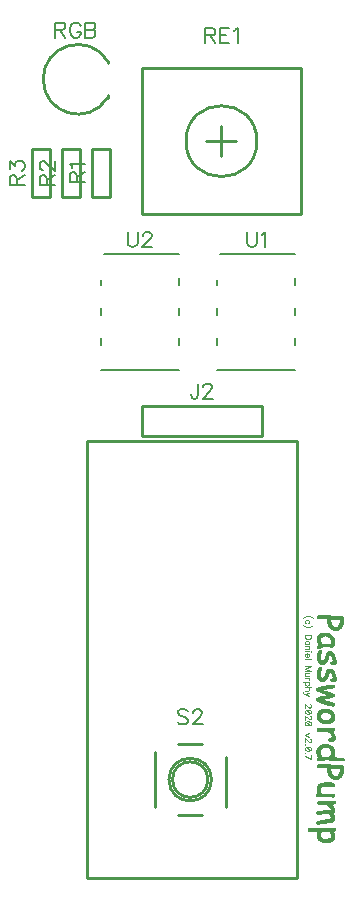
<source format=gbr>
G04 DipTrace 3.3.1.3*
G04 TopSilk.gbr*
%MOIN*%
G04 #@! TF.FileFunction,Legend,Top*
G04 #@! TF.Part,Single*
%ADD10C,0.009843*%
%ADD12C,0.003*%
%ADD24C,0.006*%
%ADD57C,0.00772*%
%ADD58C,0.003088*%
%FSLAX26Y26*%
G04*
G70*
G90*
G75*
G01*
G04 TopSilk*
%LPD*%
X1187469Y1931196D2*
D10*
X787434D1*
Y2031201D1*
X1187469D1*
Y1931196D1*
X679951Y2886351D2*
X619951D1*
X679951Y2726051D2*
Y2886351D1*
Y2726051D2*
X619951D1*
Y2886351D1*
X579953D2*
X519953D1*
X579953Y2726051D2*
Y2886351D1*
Y2726051D2*
X519953D1*
Y2886351D1*
X479951D2*
X419951D1*
X479951Y2726051D2*
Y2886351D1*
Y2726051D2*
X419951D1*
Y2886351D1*
X1316856Y2668354D2*
X789246D1*
Y3156546D1*
X1316856D1*
Y2668354D1*
X934909Y2912420D2*
G02X934909Y2912420I118142J0D01*
G01*
X1053051Y2862430D2*
Y2962470D1*
X1003042Y2912450D2*
X1103060D1*
X673377Y3057609D2*
Y3065507D1*
Y3171892D2*
Y3179790D1*
Y3057609D2*
G02X458810Y3118699I-98651J60865D01*
G01*
X673377Y3179790D2*
G03X458810Y3118699I-98651J-60865D01*
G01*
X878008Y784497D2*
G02X878008Y784497I70861J0D01*
G01*
X830751Y875052D2*
Y693942D1*
X909472Y666372D2*
X988241D1*
X1066986Y693942D2*
Y859298D1*
X988241Y902623D2*
X909472D1*
X889798Y784497D2*
G02X889798Y784497I59059J0D01*
G01*
X1298693Y2431709D2*
D24*
Y2455718D1*
Y2331696D2*
Y2355705D1*
X1038709Y2255693D2*
Y2231684D1*
Y2355705D2*
Y2331696D1*
Y2150701D2*
X1298693D1*
Y2231684D2*
Y2255693D1*
Y2536701D2*
X1049715D1*
X1038709Y2450700D2*
Y2431709D1*
X911193D2*
Y2455718D1*
Y2331696D2*
Y2355705D1*
X651209Y2255693D2*
Y2231684D1*
Y2355705D2*
Y2331696D1*
Y2150701D2*
X911193D1*
Y2231684D2*
Y2255693D1*
Y2536701D2*
X662215D1*
X651209Y2450700D2*
Y2431709D1*
X606202Y1912451D2*
D10*
X1306202D1*
Y456197D1*
X606202D1*
Y1912451D1*
X1373337Y1331701D2*
D12*
X1415337D1*
X1372138Y1330201D2*
X1451337D1*
X1371141Y1328701D2*
X1453646D1*
X1370880Y1327201D2*
X1455311D1*
X1371433Y1325701D2*
X1456539D1*
X1373012Y1324201D2*
X1456952D1*
X1374837Y1322701D2*
X1457174D1*
X1406105Y1321201D2*
X1416831D1*
X1421337D2*
X1457274D1*
X1405734Y1319701D2*
X1416779D1*
X1446837D2*
X1457314D1*
X1405345Y1318201D2*
X1416588D1*
X1446837D2*
X1457329D1*
X1405082Y1316701D2*
X1416234D1*
X1446837D2*
X1457334D1*
X1404949Y1315201D2*
X1415902D1*
X1446837D2*
X1457336D1*
X1404938Y1313701D2*
X1415832D1*
X1446837D2*
X1457337D1*
X1405103Y1312201D2*
X1416052D1*
X1446837D2*
X1457337D1*
X1405452Y1310701D2*
X1416373D1*
X1446831D2*
X1457337D1*
X1405833Y1309201D2*
X1416614D1*
X1446779D2*
X1457337D1*
X1406099Y1307701D2*
X1416796D1*
X1446588D2*
X1457331D1*
X1406290Y1306201D2*
X1417053D1*
X1446222D2*
X1457279D1*
X1406551Y1304701D2*
X1417490D1*
X1445785D2*
X1457088D1*
X1406989Y1303201D2*
X1418081D1*
X1445326D2*
X1456722D1*
X1407581Y1301701D2*
X1418764D1*
X1444770D2*
X1456285D1*
X1408258Y1300201D2*
X1419545D1*
X1444072D2*
X1455826D1*
X1408980Y1298701D2*
X1420538D1*
X1443169D2*
X1455270D1*
X1409724Y1297201D2*
X1421970D1*
X1441944D2*
X1454577D1*
X1410524Y1295701D2*
X1424137D1*
X1440143D2*
X1453733D1*
X1411468Y1294201D2*
X1427480D1*
X1437191D2*
X1452782D1*
X1412631Y1292701D2*
X1432243D1*
X1432713D2*
X1451818D1*
X1413961Y1291201D2*
X1450775D1*
X1415397Y1289701D2*
X1449510D1*
X1416984Y1288201D2*
X1447911D1*
X1418971Y1286701D2*
X1445870D1*
X1421675Y1285201D2*
X1443406D1*
X1425092Y1283701D2*
X1440673D1*
X1428837Y1282201D2*
X1437837D1*
X1388337Y1274701D2*
X1406337D1*
X1384708Y1273201D2*
X1409274D1*
X1381534Y1271701D2*
X1412023D1*
X1378978Y1270201D2*
X1414414D1*
X1377072Y1268701D2*
X1416420D1*
X1375700Y1267201D2*
X1418165D1*
X1374661Y1265701D2*
X1419771D1*
X1373793Y1264201D2*
X1393195D1*
X1401479D2*
X1421307D1*
X1373049Y1262701D2*
X1389575D1*
X1405106D2*
X1422770D1*
X1372471Y1261201D2*
X1386740D1*
X1407999D2*
X1424079D1*
X1372075Y1259701D2*
X1384740D1*
X1410243D2*
X1425163D1*
X1371712Y1258201D2*
X1383275D1*
X1412040D2*
X1426035D1*
X1371277Y1256701D2*
X1382732D1*
X1413491D2*
X1426717D1*
X1370862Y1255201D2*
X1382279D1*
X1414637D2*
X1427276D1*
X1370588Y1253701D2*
X1381808D1*
X1415577D2*
X1427816D1*
X1370451Y1252201D2*
X1381430D1*
X1416405D2*
X1428280D1*
X1370439Y1250701D2*
X1381341D1*
X1417134D2*
X1428574D1*
X1370603Y1249201D2*
X1381555D1*
X1417701D2*
X1428725D1*
X1370958Y1247701D2*
X1381880D1*
X1418042D2*
X1428793D1*
X1371391Y1246201D2*
X1382167D1*
X1418213D2*
X1428821D1*
X1371849Y1244701D2*
X1382493D1*
X1418289D2*
X1428831D1*
X1372399Y1243201D2*
X1382971D1*
X1418319D2*
X1428835D1*
X1373044Y1241701D2*
X1383648D1*
X1418331D2*
X1428831D1*
X1373744Y1240201D2*
X1384488D1*
X1418335D2*
X1428778D1*
X1374463Y1238701D2*
X1386477D1*
X1418337D2*
X1428587D1*
X1375093Y1237201D2*
X1389366D1*
X1392837D2*
X1428222D1*
X1375579Y1235701D2*
X1427785D1*
X1375327Y1234201D2*
X1427326D1*
X1374405Y1232701D2*
X1426769D1*
X1373385Y1231201D2*
X1426072D1*
X1372435Y1229701D2*
X1425175D1*
X1371680Y1228201D2*
X1424033D1*
X1371121Y1226701D2*
X1388570D1*
X1415337D2*
X1422719D1*
X1371355Y1225201D2*
X1384455D1*
X1419837D2*
X1421337D1*
X1372281Y1223701D2*
X1380405D1*
X1373337Y1222201D2*
X1376337D1*
X1377837Y1216201D2*
X1385337D1*
X1376575Y1214701D2*
X1386024D1*
X1375505Y1213201D2*
X1386396D1*
X1374638Y1211701D2*
X1386522D1*
X1407837D2*
X1418337D1*
X1373957Y1210201D2*
X1385949D1*
X1405883D2*
X1420524D1*
X1373399Y1208701D2*
X1385163D1*
X1404382D2*
X1422402D1*
X1372858Y1207201D2*
X1384333D1*
X1403296D2*
X1423923D1*
X1372388Y1205701D2*
X1383577D1*
X1402519D2*
X1425108D1*
X1372042Y1204201D2*
X1382991D1*
X1401921D2*
X1426065D1*
X1371700Y1202701D2*
X1382634D1*
X1401366D2*
X1426900D1*
X1371273Y1201201D2*
X1382406D1*
X1400891D2*
X1410780D1*
X1415331D2*
X1427638D1*
X1370860Y1199701D2*
X1382137D1*
X1400543D2*
X1410588D1*
X1416773D2*
X1428259D1*
X1370588Y1198201D2*
X1381747D1*
X1400200D2*
X1410228D1*
X1418029D2*
X1428791D1*
X1370445Y1196701D2*
X1381356D1*
X1399773D2*
X1409838D1*
X1418973D2*
X1429328D1*
X1370380Y1195201D2*
X1381143D1*
X1399354D2*
X1409523D1*
X1419670D2*
X1429841D1*
X1370359Y1193701D2*
X1381193D1*
X1399029D2*
X1409193D1*
X1420280D2*
X1430324D1*
X1370402Y1192201D2*
X1381489D1*
X1398695D2*
X1408764D1*
X1420823D2*
X1430834D1*
X1370589Y1190701D2*
X1381853D1*
X1398265D2*
X1408301D1*
X1421318D2*
X1431292D1*
X1370947Y1189201D2*
X1382157D1*
X1397795D2*
X1407838D1*
X1421838D2*
X1431635D1*
X1371337Y1187701D2*
X1382489D1*
X1397268D2*
X1407330D1*
X1422345D2*
X1431975D1*
X1371651Y1186201D2*
X1382987D1*
X1396440D2*
X1406828D1*
X1422826D2*
X1432408D1*
X1371987Y1184701D2*
X1383636D1*
X1395275D2*
X1406342D1*
X1423335D2*
X1432873D1*
X1372463Y1183201D2*
X1385014D1*
X1392458D2*
X1405775D1*
X1423791D2*
X1433336D1*
X1373071Y1181701D2*
X1387944D1*
X1388501D2*
X1405073D1*
X1424104D2*
X1433839D1*
X1373760Y1180201D2*
X1404175D1*
X1424337D2*
X1434288D1*
X1374537Y1178701D2*
X1403032D1*
X1420823D2*
X1434577D1*
X1375479Y1177201D2*
X1401703D1*
X1417927D2*
X1434720D1*
X1376695Y1175701D2*
X1400224D1*
X1416473D2*
X1434711D1*
X1378256Y1174201D2*
X1398524D1*
X1415972D2*
X1434553D1*
X1380190Y1172701D2*
X1396523D1*
X1416272D2*
X1433456D1*
X1382337Y1171201D2*
X1394337D1*
X1417244D2*
X1430642D1*
X1418337Y1169701D2*
X1427337D1*
X1377837Y1159201D2*
X1385337D1*
X1376575Y1157701D2*
X1386024D1*
X1375505Y1156201D2*
X1386396D1*
X1374638Y1154701D2*
X1386522D1*
X1407837D2*
X1418337D1*
X1373957Y1153201D2*
X1385949D1*
X1405883D2*
X1420524D1*
X1373399Y1151701D2*
X1385163D1*
X1404382D2*
X1422402D1*
X1372858Y1150201D2*
X1384333D1*
X1403296D2*
X1423923D1*
X1372388Y1148701D2*
X1383577D1*
X1402519D2*
X1425108D1*
X1372042Y1147201D2*
X1382991D1*
X1401921D2*
X1426065D1*
X1371700Y1145701D2*
X1382634D1*
X1401366D2*
X1426900D1*
X1371273Y1144201D2*
X1382406D1*
X1400891D2*
X1410780D1*
X1415331D2*
X1427638D1*
X1370860Y1142701D2*
X1382137D1*
X1400543D2*
X1410588D1*
X1416773D2*
X1428259D1*
X1370588Y1141201D2*
X1381747D1*
X1400200D2*
X1410228D1*
X1418029D2*
X1428791D1*
X1370445Y1139701D2*
X1381356D1*
X1399773D2*
X1409838D1*
X1418973D2*
X1429328D1*
X1370380Y1138201D2*
X1381143D1*
X1399354D2*
X1409523D1*
X1419670D2*
X1429841D1*
X1370359Y1136701D2*
X1381193D1*
X1399029D2*
X1409193D1*
X1420280D2*
X1430324D1*
X1370402Y1135201D2*
X1381489D1*
X1398695D2*
X1408764D1*
X1420823D2*
X1430834D1*
X1370589Y1133701D2*
X1381853D1*
X1398265D2*
X1408301D1*
X1421318D2*
X1431292D1*
X1370947Y1132201D2*
X1382157D1*
X1397795D2*
X1407838D1*
X1421838D2*
X1431635D1*
X1371337Y1130701D2*
X1382489D1*
X1397268D2*
X1407330D1*
X1422345D2*
X1431975D1*
X1371651Y1129201D2*
X1382987D1*
X1396440D2*
X1406828D1*
X1422826D2*
X1432408D1*
X1371987Y1127701D2*
X1383636D1*
X1395275D2*
X1406342D1*
X1423335D2*
X1432873D1*
X1372463Y1126201D2*
X1385014D1*
X1392458D2*
X1405775D1*
X1423791D2*
X1433336D1*
X1373071Y1124701D2*
X1387944D1*
X1388501D2*
X1405073D1*
X1424104D2*
X1433839D1*
X1373760Y1123201D2*
X1404175D1*
X1424337D2*
X1434288D1*
X1374537Y1121701D2*
X1403032D1*
X1420823D2*
X1434577D1*
X1375479Y1120201D2*
X1401703D1*
X1417927D2*
X1434720D1*
X1376695Y1118701D2*
X1400224D1*
X1416473D2*
X1434711D1*
X1378256Y1117201D2*
X1398524D1*
X1415972D2*
X1434553D1*
X1380190Y1115701D2*
X1396523D1*
X1416272D2*
X1433456D1*
X1382337Y1114201D2*
X1394337D1*
X1417244D2*
X1430642D1*
X1418337Y1112701D2*
X1427337D1*
X1415337Y1100701D2*
X1427337D1*
X1405777Y1099201D2*
X1428030D1*
X1396906Y1097701D2*
X1428455D1*
X1389168Y1096201D2*
X1428602D1*
X1382785Y1094701D2*
X1428547D1*
X1377749Y1093201D2*
X1427491D1*
X1374002Y1091701D2*
X1423403D1*
X1371359Y1090201D2*
X1416741D1*
X1369319Y1088701D2*
X1408050D1*
X1368412Y1087201D2*
X1399255D1*
X1368462Y1085701D2*
X1391792D1*
X1369441Y1084201D2*
X1385337D1*
X1370885Y1082701D2*
X1389894D1*
X1372913Y1081201D2*
X1394587D1*
X1375595Y1079701D2*
X1399446D1*
X1378885Y1078201D2*
X1404337D1*
X1382575Y1076701D2*
X1409145D1*
X1386420Y1075201D2*
X1413911D1*
X1390360Y1073701D2*
X1418520D1*
X1394342Y1072201D2*
X1422513D1*
X1398154Y1070701D2*
X1425433D1*
X1401500Y1069201D2*
X1427549D1*
X1404148Y1067701D2*
X1428216D1*
X1406337Y1066201D2*
X1428636D1*
X1397297Y1064701D2*
X1428548D1*
X1389375Y1063201D2*
X1427760D1*
X1382878Y1061701D2*
X1425134D1*
X1377788Y1060201D2*
X1420934D1*
X1374017Y1058701D2*
X1415039D1*
X1371358Y1057201D2*
X1407809D1*
X1369297Y1055701D2*
X1399691D1*
X1368230Y1054201D2*
X1391099D1*
X1367862Y1052701D2*
X1382337D1*
X1368208Y1051201D2*
X1385753D1*
X1368960Y1049701D2*
X1390067D1*
X1370218Y1048201D2*
X1395320D1*
X1372029Y1046701D2*
X1401242D1*
X1374463Y1045201D2*
X1407431D1*
X1377629Y1043701D2*
X1413492D1*
X1381462Y1042201D2*
X1418988D1*
X1385822Y1040701D2*
X1423325D1*
X1390598Y1039201D2*
X1426636D1*
X1395677Y1037701D2*
X1427975D1*
X1401027Y1036201D2*
X1428502D1*
X1406652Y1034701D2*
X1428525D1*
X1412468Y1033201D2*
X1427900D1*
X1418385Y1031701D2*
X1426950D1*
X1424337Y1030201D2*
X1425837D1*
X1391337Y1021201D2*
X1404837D1*
X1387708Y1019701D2*
X1409159D1*
X1384528Y1018201D2*
X1412776D1*
X1381919Y1016701D2*
X1415649D1*
X1379816Y1015201D2*
X1417987D1*
X1378038Y1013701D2*
X1419979D1*
X1376470Y1012201D2*
X1421633D1*
X1375120Y1010701D2*
X1423010D1*
X1374020Y1009201D2*
X1390132D1*
X1405748D2*
X1424210D1*
X1373142Y1007701D2*
X1387761D1*
X1409002D2*
X1425230D1*
X1372458Y1006201D2*
X1385817D1*
X1411501D2*
X1426113D1*
X1371899Y1004701D2*
X1384317D1*
X1413436D2*
X1426918D1*
X1371358Y1003201D2*
X1383268D1*
X1414949D2*
X1427639D1*
X1370894Y1001701D2*
X1382529D1*
X1416115D2*
X1428202D1*
X1370601Y1000201D2*
X1381915D1*
X1417012D2*
X1428542D1*
X1370455Y998701D2*
X1381471D1*
X1417653D2*
X1428713D1*
X1370440Y997201D2*
X1381231D1*
X1418024D2*
X1428789D1*
X1370604Y995701D2*
X1381535D1*
X1418207D2*
X1428819D1*
X1370952Y994201D2*
X1381933D1*
X1418281D2*
X1428831D1*
X1371339Y992701D2*
X1382416D1*
X1418254D2*
X1428835D1*
X1371652Y991201D2*
X1383108D1*
X1418016D2*
X1428831D1*
X1371987Y989701D2*
X1384023D1*
X1417406D2*
X1428778D1*
X1372469Y988201D2*
X1385135D1*
X1416355D2*
X1428582D1*
X1373129Y986701D2*
X1386514D1*
X1414851D2*
X1428164D1*
X1374010Y985201D2*
X1388101D1*
X1412853D2*
X1427529D1*
X1375146Y983701D2*
X1389723D1*
X1410438D2*
X1426659D1*
X1376472Y982201D2*
X1425526D1*
X1377952Y980701D2*
X1424201D1*
X1379676Y979201D2*
X1422716D1*
X1381830Y977701D2*
X1420942D1*
X1384549Y976201D2*
X1418618D1*
X1387804Y974701D2*
X1415651D1*
X1391337Y973201D2*
X1412337D1*
X1373337Y956701D2*
X1425837D1*
X1372138Y955201D2*
X1427222D1*
X1371141Y953701D2*
X1428248D1*
X1370833Y952201D2*
X1428480D1*
X1371088Y950701D2*
X1428485D1*
X1371458Y949201D2*
X1427508D1*
X1371837Y947701D2*
X1425415D1*
X1406274Y946201D2*
X1423294D1*
X1409023Y944701D2*
X1421337D1*
X1411408Y943201D2*
X1422780D1*
X1413362Y941701D2*
X1424082D1*
X1414915Y940201D2*
X1425170D1*
X1416156Y938701D2*
X1426088D1*
X1417255Y937201D2*
X1426914D1*
X1418265Y935701D2*
X1427694D1*
X1419075Y934201D2*
X1428451D1*
X1419711Y932701D2*
X1429151D1*
X1420290Y931201D2*
X1429707D1*
X1420770Y929701D2*
X1430044D1*
X1421071Y928201D2*
X1430214D1*
X1421233Y926701D2*
X1430289D1*
X1421337Y925201D2*
X1430319D1*
X1415413Y923701D2*
X1430331D1*
X1411122Y922201D2*
X1430329D1*
X1408100Y920701D2*
X1430266D1*
X1406822Y919201D2*
X1430109D1*
X1407282Y917701D2*
X1429303D1*
X1408569Y916201D2*
X1426997D1*
X1410318Y914701D2*
X1423707D1*
X1412337Y913201D2*
X1419837D1*
X1389837Y902701D2*
X1406337D1*
X1386208Y901201D2*
X1409973D1*
X1383028Y899701D2*
X1413205D1*
X1380419Y898201D2*
X1416005D1*
X1378322Y896701D2*
X1418462D1*
X1376591Y895201D2*
X1420577D1*
X1375167Y893701D2*
X1422268D1*
X1374032Y892201D2*
X1390132D1*
X1407768D2*
X1423590D1*
X1373096Y890701D2*
X1387761D1*
X1410465D2*
X1424728D1*
X1372269Y889201D2*
X1385811D1*
X1412659D2*
X1425755D1*
X1371540Y887701D2*
X1384264D1*
X1414253D2*
X1426572D1*
X1370968Y886201D2*
X1383077D1*
X1415416D2*
X1427210D1*
X1370574Y884701D2*
X1382169D1*
X1416342D2*
X1427789D1*
X1370212Y883201D2*
X1381518D1*
X1417111D2*
X1428270D1*
X1369777Y881701D2*
X1381093D1*
X1417692D2*
X1428570D1*
X1369362Y880201D2*
X1380718D1*
X1418039D2*
X1428724D1*
X1369088Y878701D2*
X1380285D1*
X1418212D2*
X1428793D1*
X1368951Y877201D2*
X1379921D1*
X1418288D2*
X1428821D1*
X1368939Y875701D2*
X1379838D1*
X1418319D2*
X1428831D1*
X1369103Y874201D2*
X1380060D1*
X1418331D2*
X1428835D1*
X1369458Y872701D2*
X1380432D1*
X1418329D2*
X1428837D1*
X1369891Y871201D2*
X1380864D1*
X1418272D2*
X1428831D1*
X1370349Y869701D2*
X1381411D1*
X1418029D2*
X1428779D1*
X1370899Y868201D2*
X1382099D1*
X1417467D2*
X1428582D1*
X1371544Y866701D2*
X1382942D1*
X1416612D2*
X1428164D1*
X1372244Y865201D2*
X1383893D1*
X1415524D2*
X1427530D1*
X1372963Y863701D2*
X1384856D1*
X1414155D2*
X1426663D1*
X1373593Y862201D2*
X1385889D1*
X1412572D2*
X1425557D1*
X1374079Y860701D2*
X1387073D1*
X1410950D2*
X1424337D1*
X1373827Y859201D2*
X1431837D1*
X1372911Y857701D2*
X1455837D1*
X1371949Y856201D2*
X1457735D1*
X1371093Y854701D2*
X1459262D1*
X1370864Y853201D2*
X1459818D1*
X1371428Y851701D2*
X1460118D1*
X1373010Y850201D2*
X1395837D1*
X1410837D2*
X1460257D1*
X1374837Y848701D2*
X1376337D1*
X1433337D2*
X1460337D1*
X1373337Y835201D2*
X1415337D1*
X1372138Y833701D2*
X1451337D1*
X1371141Y832201D2*
X1453646D1*
X1370880Y830701D2*
X1455311D1*
X1371433Y829201D2*
X1456539D1*
X1373012Y827701D2*
X1456952D1*
X1374837Y826201D2*
X1457174D1*
X1406105Y824701D2*
X1416831D1*
X1421337D2*
X1457274D1*
X1405734Y823201D2*
X1416779D1*
X1446837D2*
X1457314D1*
X1405345Y821701D2*
X1416588D1*
X1446837D2*
X1457329D1*
X1405082Y820201D2*
X1416234D1*
X1446837D2*
X1457334D1*
X1404949Y818701D2*
X1415902D1*
X1446837D2*
X1457336D1*
X1404938Y817201D2*
X1415832D1*
X1446837D2*
X1457337D1*
X1405103Y815701D2*
X1416052D1*
X1446837D2*
X1457337D1*
X1405452Y814201D2*
X1416373D1*
X1446831D2*
X1457337D1*
X1405833Y812701D2*
X1416614D1*
X1446779D2*
X1457337D1*
X1406099Y811201D2*
X1416796D1*
X1446588D2*
X1457331D1*
X1406290Y809701D2*
X1417053D1*
X1446222D2*
X1457279D1*
X1406551Y808201D2*
X1417490D1*
X1445785D2*
X1457088D1*
X1406989Y806701D2*
X1418081D1*
X1445326D2*
X1456722D1*
X1407581Y805201D2*
X1418764D1*
X1444770D2*
X1456285D1*
X1408258Y803701D2*
X1419545D1*
X1444072D2*
X1455826D1*
X1408980Y802201D2*
X1420538D1*
X1443169D2*
X1455270D1*
X1409724Y800701D2*
X1421970D1*
X1441944D2*
X1454577D1*
X1410524Y799201D2*
X1424137D1*
X1440143D2*
X1453733D1*
X1411468Y797701D2*
X1427480D1*
X1437191D2*
X1452782D1*
X1412631Y796201D2*
X1432243D1*
X1432713D2*
X1451818D1*
X1413961Y794701D2*
X1450775D1*
X1415397Y793201D2*
X1449510D1*
X1416984Y791701D2*
X1447911D1*
X1418971Y790201D2*
X1445870D1*
X1421675Y788701D2*
X1443406D1*
X1425092Y787201D2*
X1440673D1*
X1428837Y785701D2*
X1437837D1*
X1397337Y775201D2*
X1416837D1*
X1389046Y773701D2*
X1422017D1*
X1382888Y772201D2*
X1426097D1*
X1378878Y770701D2*
X1427770D1*
X1376413Y769201D2*
X1428429D1*
X1374771Y767701D2*
X1428501D1*
X1373546Y766201D2*
X1427889D1*
X1372698Y764701D2*
X1426946D1*
X1372170Y763201D2*
X1388990D1*
X1422837D2*
X1425837D1*
X1371749Y761701D2*
X1385980D1*
X1371291Y760201D2*
X1383724D1*
X1370867Y758701D2*
X1382770D1*
X1370590Y757201D2*
X1382019D1*
X1370446Y755701D2*
X1381512D1*
X1370386Y754201D2*
X1381239D1*
X1370412Y752701D2*
X1381533D1*
X1370593Y751201D2*
X1381869D1*
X1370948Y749701D2*
X1382108D1*
X1371337Y748201D2*
X1382237D1*
X1371651Y746701D2*
X1382303D1*
X1371981Y745201D2*
X1382381D1*
X1372393Y743701D2*
X1382582D1*
X1372692Y742201D2*
X1382945D1*
X1372749Y740701D2*
X1383334D1*
X1371760Y739201D2*
X1383619D1*
X1370463Y737701D2*
X1425837D1*
X1369218Y736201D2*
X1427222D1*
X1368176Y734701D2*
X1428248D1*
X1367869Y733201D2*
X1428498D1*
X1368379Y731701D2*
X1428555D1*
X1369265Y730201D2*
X1427913D1*
X1370337Y728701D2*
X1426955D1*
X1422837Y727201D2*
X1425837D1*
X1374837Y713701D2*
X1430337D1*
X1373226Y712201D2*
X1431716D1*
X1372046Y710701D2*
X1432724D1*
X1371207Y709201D2*
X1432912D1*
X1371237Y707701D2*
X1432267D1*
X1372025Y706201D2*
X1428859D1*
X1373276Y704701D2*
X1422929D1*
X1374837Y703201D2*
X1376337D1*
X1394363D2*
X1415337D1*
X1400250Y701701D2*
X1417350D1*
X1404261Y700201D2*
X1419297D1*
X1406979Y698701D2*
X1421075D1*
X1409006Y697201D2*
X1422669D1*
X1410716Y695701D2*
X1424044D1*
X1412289Y694201D2*
X1425206D1*
X1413764Y692701D2*
X1426273D1*
X1415077Y691201D2*
X1427266D1*
X1416163Y689701D2*
X1428019D1*
X1417044Y688201D2*
X1428462D1*
X1417748Y686701D2*
X1428681D1*
X1418337Y685201D2*
X1428777D1*
X1413837Y683701D2*
X1428809D1*
X1391337Y682201D2*
X1428765D1*
X1371837Y680701D2*
X1428520D1*
X1370221Y679201D2*
X1427907D1*
X1368993Y677701D2*
X1426857D1*
X1368049Y676201D2*
X1425371D1*
X1367818Y674701D2*
X1423468D1*
X1368355Y673201D2*
X1421337D1*
X1369256Y671701D2*
X1392837D1*
X1410780D2*
X1422831D1*
X1370337Y670201D2*
X1380837D1*
X1412088D2*
X1424279D1*
X1413222Y668701D2*
X1425582D1*
X1414285Y667201D2*
X1426664D1*
X1415326Y665701D2*
X1427529D1*
X1416270Y664201D2*
X1428159D1*
X1417072Y662701D2*
X1428526D1*
X1417669Y661201D2*
X1428707D1*
X1417961Y659701D2*
X1428787D1*
X1418021Y658201D2*
X1428819D1*
X1417272Y656701D2*
X1428831D1*
X1414680Y655201D2*
X1428829D1*
X1410109Y653701D2*
X1428778D1*
X1402920Y652201D2*
X1428576D1*
X1393769Y650701D2*
X1428105D1*
X1384555Y649201D2*
X1427274D1*
X1377168Y647701D2*
X1425962D1*
X1372324Y646201D2*
X1423949D1*
X1369082Y644701D2*
X1420649D1*
X1367805Y643201D2*
X1415207D1*
X1368145Y641701D2*
X1407363D1*
X1368695Y640201D2*
X1397591D1*
X1369452Y638701D2*
X1386513D1*
X1370337Y637201D2*
X1374837D1*
X1398837Y623701D2*
X1430337D1*
X1340337Y622201D2*
X1431722D1*
X1340337Y620701D2*
X1432748D1*
X1340343Y619201D2*
X1433094D1*
X1340400Y617701D2*
X1432938D1*
X1340632Y616201D2*
X1431535D1*
X1341145Y614701D2*
X1427566D1*
X1341837Y613201D2*
X1422837D1*
X1371837Y611701D2*
X1384132D1*
X1412105D2*
X1424100D1*
X1371831Y610201D2*
X1383255D1*
X1413228D2*
X1425169D1*
X1371779Y608701D2*
X1382747D1*
X1414287D2*
X1426037D1*
X1371588Y607201D2*
X1382450D1*
X1415327D2*
X1426718D1*
X1371228Y605701D2*
X1382154D1*
X1416270D2*
X1427276D1*
X1370844Y604201D2*
X1381752D1*
X1417072D2*
X1427816D1*
X1370582Y602701D2*
X1381358D1*
X1417675D2*
X1428280D1*
X1370449Y601201D2*
X1381144D1*
X1418032D2*
X1428574D1*
X1370438Y599701D2*
X1381194D1*
X1418209D2*
X1428725D1*
X1370603Y598201D2*
X1381495D1*
X1418287D2*
X1428793D1*
X1370952Y596701D2*
X1381911D1*
X1418313D2*
X1428821D1*
X1371339Y595201D2*
X1382412D1*
X1418266D2*
X1428831D1*
X1371652Y593701D2*
X1383163D1*
X1418009D2*
X1428829D1*
X1371987Y592201D2*
X1384289D1*
X1417508D2*
X1428778D1*
X1372469Y590701D2*
X1385954D1*
X1416042D2*
X1428581D1*
X1373129Y589201D2*
X1388638D1*
X1412304D2*
X1428164D1*
X1374010Y587701D2*
X1392994D1*
X1406332D2*
X1427529D1*
X1375146Y586201D2*
X1399180D1*
X1397951D2*
X1426659D1*
X1376472Y584701D2*
X1425520D1*
X1377952Y583201D2*
X1424137D1*
X1379676Y581701D2*
X1422402D1*
X1381830Y580201D2*
X1420019D1*
X1384549Y578701D2*
X1416703D1*
X1387804Y577201D2*
X1412492D1*
X1391337Y575701D2*
X1407837D1*
X1373337Y1331701D2*
X1372138Y1330201D1*
X1371141Y1328701D1*
X1370880Y1327201D1*
X1371433Y1325701D1*
X1373012Y1324201D1*
X1374837Y1322701D1*
X1415337Y1331701D2*
Y1330201D1*
X1451337D2*
X1453646Y1328701D1*
X1455311Y1327201D1*
X1456539Y1325701D1*
X1456952Y1324201D1*
X1457174Y1322701D1*
X1457274Y1321201D1*
X1457314Y1319701D1*
X1457329Y1318201D1*
X1457334Y1316701D1*
X1457336Y1315201D1*
X1457337Y1313701D1*
Y1312201D1*
Y1310701D1*
Y1309201D1*
X1457331Y1307701D1*
X1457279Y1306201D1*
X1457088Y1304701D1*
X1456722Y1303201D1*
X1456285Y1301701D1*
X1455826Y1300201D1*
X1455270Y1298701D1*
X1454577Y1297201D1*
X1453733Y1295701D1*
X1452782Y1294201D1*
X1451818Y1292701D1*
X1450775Y1291201D1*
X1449510Y1289701D1*
X1447911Y1288201D1*
X1445870Y1286701D1*
X1443406Y1285201D1*
X1440673Y1283701D1*
X1437837Y1282201D1*
X1406337Y1322701D2*
X1406105Y1321201D1*
X1405734Y1319701D1*
X1405345Y1318201D1*
X1405082Y1316701D1*
X1404949Y1315201D1*
X1404938Y1313701D1*
X1405103Y1312201D1*
X1405452Y1310701D1*
X1405833Y1309201D1*
X1406099Y1307701D1*
X1406290Y1306201D1*
X1406551Y1304701D1*
X1406989Y1303201D1*
X1407581Y1301701D1*
X1408258Y1300201D1*
X1408980Y1298701D1*
X1409724Y1297201D1*
X1410524Y1295701D1*
X1411468Y1294201D1*
X1412631Y1292701D1*
X1413961Y1291201D1*
X1415397Y1289701D1*
X1416984Y1288201D1*
X1418971Y1286701D1*
X1421675Y1285201D1*
X1425092Y1283701D1*
X1428837Y1282201D1*
X1416837Y1322701D2*
X1416831Y1321201D1*
X1416779Y1319701D1*
X1416588Y1318201D1*
X1416234Y1316701D1*
X1415902Y1315201D1*
X1415832Y1313701D1*
X1416052Y1312201D1*
X1416373Y1310701D1*
X1416614Y1309201D1*
X1416796Y1307701D1*
X1417053Y1306201D1*
X1417490Y1304701D1*
X1418081Y1303201D1*
X1418764Y1301701D1*
X1419545Y1300201D1*
X1420538Y1298701D1*
X1421970Y1297201D1*
X1424137Y1295701D1*
X1427480Y1294201D1*
X1432243Y1292701D1*
X1437837Y1291201D1*
X1419837Y1322701D2*
X1421337Y1321201D1*
X1446837D2*
Y1319701D1*
Y1318201D1*
Y1316701D1*
Y1315201D1*
Y1313701D1*
Y1312201D1*
X1446831Y1310701D1*
X1446779Y1309201D1*
X1446588Y1307701D1*
X1446222Y1306201D1*
X1445785Y1304701D1*
X1445326Y1303201D1*
X1444770Y1301701D1*
X1444072Y1300201D1*
X1443169Y1298701D1*
X1441944Y1297201D1*
X1440143Y1295701D1*
X1437191Y1294201D1*
X1432713Y1292701D1*
X1427337Y1291201D1*
X1388337Y1274701D2*
X1384708Y1273201D1*
X1381534Y1271701D1*
X1378978Y1270201D1*
X1377072Y1268701D1*
X1375700Y1267201D1*
X1374661Y1265701D1*
X1373793Y1264201D1*
X1373049Y1262701D1*
X1372471Y1261201D1*
X1372075Y1259701D1*
X1371712Y1258201D1*
X1371277Y1256701D1*
X1370862Y1255201D1*
X1370588Y1253701D1*
X1370451Y1252201D1*
X1370439Y1250701D1*
X1370603Y1249201D1*
X1370958Y1247701D1*
X1371391Y1246201D1*
X1371849Y1244701D1*
X1372399Y1243201D1*
X1373044Y1241701D1*
X1373744Y1240201D1*
X1374463Y1238701D1*
X1375093Y1237201D1*
X1375579Y1235701D1*
X1375327Y1234201D1*
X1374405Y1232701D1*
X1373385Y1231201D1*
X1372435Y1229701D1*
X1371680Y1228201D1*
X1371121Y1226701D1*
X1371355Y1225201D1*
X1372281Y1223701D1*
X1373337Y1222201D1*
X1406337Y1274701D2*
X1409274Y1273201D1*
X1412023Y1271701D1*
X1414414Y1270201D1*
X1416420Y1268701D1*
X1418165Y1267201D1*
X1419771Y1265701D1*
X1421307Y1264201D1*
X1422770Y1262701D1*
X1424079Y1261201D1*
X1425163Y1259701D1*
X1426035Y1258201D1*
X1426717Y1256701D1*
X1427276Y1255201D1*
X1427816Y1253701D1*
X1428280Y1252201D1*
X1428574Y1250701D1*
X1428725Y1249201D1*
X1428793Y1247701D1*
X1428821Y1246201D1*
X1428831Y1244701D1*
X1428835Y1243201D1*
X1428831Y1241701D1*
X1428778Y1240201D1*
X1428587Y1238701D1*
X1428222Y1237201D1*
X1427785Y1235701D1*
X1427326Y1234201D1*
X1426769Y1232701D1*
X1426072Y1231201D1*
X1425175Y1229701D1*
X1424033Y1228201D1*
X1422719Y1226701D1*
X1421337Y1225201D1*
X1397337Y1265701D2*
X1393195Y1264201D1*
X1389575Y1262701D1*
X1386740Y1261201D1*
X1384740Y1259701D1*
X1383275Y1258201D1*
X1382732Y1256701D1*
X1382279Y1255201D1*
X1381808Y1253701D1*
X1381430Y1252201D1*
X1381341Y1250701D1*
X1381555Y1249201D1*
X1381880Y1247701D1*
X1382167Y1246201D1*
X1382493Y1244701D1*
X1382971Y1243201D1*
X1383648Y1241701D1*
X1384488Y1240201D1*
X1386477Y1238701D1*
X1389366Y1237201D1*
X1392837Y1235701D1*
X1397337Y1265701D2*
X1401479Y1264201D1*
X1405106Y1262701D1*
X1407999Y1261201D1*
X1410243Y1259701D1*
X1412040Y1258201D1*
X1413491Y1256701D1*
X1414637Y1255201D1*
X1415577Y1253701D1*
X1416405Y1252201D1*
X1417134Y1250701D1*
X1417701Y1249201D1*
X1418042Y1247701D1*
X1418213Y1246201D1*
X1418289Y1244701D1*
X1418319Y1243201D1*
X1418331Y1241701D1*
X1418335Y1240201D1*
X1418337Y1238701D1*
Y1237201D1*
X1392837D2*
X1391337Y1235701D1*
X1392837Y1228201D2*
X1388570Y1226701D1*
X1384455Y1225201D1*
X1380405Y1223701D1*
X1376337Y1222201D1*
X1410837Y1228201D2*
X1415337Y1226701D1*
X1419837Y1225201D1*
X1377837Y1216201D2*
X1376575Y1214701D1*
X1375505Y1213201D1*
X1374638Y1211701D1*
X1373957Y1210201D1*
X1373399Y1208701D1*
X1372858Y1207201D1*
X1372388Y1205701D1*
X1372042Y1204201D1*
X1371700Y1202701D1*
X1371273Y1201201D1*
X1370860Y1199701D1*
X1370588Y1198201D1*
X1370445Y1196701D1*
X1370380Y1195201D1*
X1370359Y1193701D1*
X1370402Y1192201D1*
X1370589Y1190701D1*
X1370947Y1189201D1*
X1371337Y1187701D1*
X1371651Y1186201D1*
X1371987Y1184701D1*
X1372463Y1183201D1*
X1373071Y1181701D1*
X1373760Y1180201D1*
X1374537Y1178701D1*
X1375479Y1177201D1*
X1376695Y1175701D1*
X1378256Y1174201D1*
X1380190Y1172701D1*
X1382337Y1171201D1*
X1385337Y1216201D2*
X1386024Y1214701D1*
X1386396Y1213201D1*
X1386522Y1211701D1*
X1385949Y1210201D1*
X1385163Y1208701D1*
X1384333Y1207201D1*
X1383577Y1205701D1*
X1382991Y1204201D1*
X1382634Y1202701D1*
X1382406Y1201201D1*
X1382137Y1199701D1*
X1381747Y1198201D1*
X1381356Y1196701D1*
X1381143Y1195201D1*
X1381193Y1193701D1*
X1381489Y1192201D1*
X1381853Y1190701D1*
X1382157Y1189201D1*
X1382489Y1187701D1*
X1382987Y1186201D1*
X1383636Y1184701D1*
X1385014Y1183201D1*
X1387944Y1181701D1*
X1391337Y1180201D1*
X1407837Y1211701D2*
X1405883Y1210201D1*
X1404382Y1208701D1*
X1403296Y1207201D1*
X1402519Y1205701D1*
X1401921Y1204201D1*
X1401366Y1202701D1*
X1400891Y1201201D1*
X1400543Y1199701D1*
X1400200Y1198201D1*
X1399773Y1196701D1*
X1399354Y1195201D1*
X1399029Y1193701D1*
X1398695Y1192201D1*
X1398265Y1190701D1*
X1397795Y1189201D1*
X1397268Y1187701D1*
X1396440Y1186201D1*
X1395275Y1184701D1*
X1392458Y1183201D1*
X1388501Y1181701D1*
X1383837Y1180201D1*
X1418337Y1211701D2*
X1420524Y1210201D1*
X1422402Y1208701D1*
X1423923Y1207201D1*
X1425108Y1205701D1*
X1426065Y1204201D1*
X1426900Y1202701D1*
X1427638Y1201201D1*
X1428259Y1199701D1*
X1428791Y1198201D1*
X1429328Y1196701D1*
X1429841Y1195201D1*
X1430324Y1193701D1*
X1430834Y1192201D1*
X1431292Y1190701D1*
X1431635Y1189201D1*
X1431975Y1187701D1*
X1432408Y1186201D1*
X1432873Y1184701D1*
X1433336Y1183201D1*
X1433839Y1181701D1*
X1434288Y1180201D1*
X1434577Y1178701D1*
X1434720Y1177201D1*
X1434711Y1175701D1*
X1434553Y1174201D1*
X1433456Y1172701D1*
X1430642Y1171201D1*
X1427337Y1169701D1*
X1410837Y1202701D2*
X1410780Y1201201D1*
X1410588Y1199701D1*
X1410228Y1198201D1*
X1409838Y1196701D1*
X1409523Y1195201D1*
X1409193Y1193701D1*
X1408764Y1192201D1*
X1408301Y1190701D1*
X1407838Y1189201D1*
X1407330Y1187701D1*
X1406828Y1186201D1*
X1406342Y1184701D1*
X1405775Y1183201D1*
X1405073Y1181701D1*
X1404175Y1180201D1*
X1403032Y1178701D1*
X1401703Y1177201D1*
X1400224Y1175701D1*
X1398524Y1174201D1*
X1396523Y1172701D1*
X1394337Y1171201D1*
X1413837Y1202701D2*
X1415331Y1201201D1*
X1416773Y1199701D1*
X1418029Y1198201D1*
X1418973Y1196701D1*
X1419670Y1195201D1*
X1420280Y1193701D1*
X1420823Y1192201D1*
X1421318Y1190701D1*
X1421838Y1189201D1*
X1422345Y1187701D1*
X1422826Y1186201D1*
X1423335Y1184701D1*
X1423791Y1183201D1*
X1424104Y1181701D1*
X1424337Y1180201D1*
X1420823Y1178701D1*
X1417927Y1177201D1*
X1416473Y1175701D1*
X1415972Y1174201D1*
X1416272Y1172701D1*
X1417244Y1171201D1*
X1418337Y1169701D1*
X1377837Y1159201D2*
X1376575Y1157701D1*
X1375505Y1156201D1*
X1374638Y1154701D1*
X1373957Y1153201D1*
X1373399Y1151701D1*
X1372858Y1150201D1*
X1372388Y1148701D1*
X1372042Y1147201D1*
X1371700Y1145701D1*
X1371273Y1144201D1*
X1370860Y1142701D1*
X1370588Y1141201D1*
X1370445Y1139701D1*
X1370380Y1138201D1*
X1370359Y1136701D1*
X1370402Y1135201D1*
X1370589Y1133701D1*
X1370947Y1132201D1*
X1371337Y1130701D1*
X1371651Y1129201D1*
X1371987Y1127701D1*
X1372463Y1126201D1*
X1373071Y1124701D1*
X1373760Y1123201D1*
X1374537Y1121701D1*
X1375479Y1120201D1*
X1376695Y1118701D1*
X1378256Y1117201D1*
X1380190Y1115701D1*
X1382337Y1114201D1*
X1385337Y1159201D2*
X1386024Y1157701D1*
X1386396Y1156201D1*
X1386522Y1154701D1*
X1385949Y1153201D1*
X1385163Y1151701D1*
X1384333Y1150201D1*
X1383577Y1148701D1*
X1382991Y1147201D1*
X1382634Y1145701D1*
X1382406Y1144201D1*
X1382137Y1142701D1*
X1381747Y1141201D1*
X1381356Y1139701D1*
X1381143Y1138201D1*
X1381193Y1136701D1*
X1381489Y1135201D1*
X1381853Y1133701D1*
X1382157Y1132201D1*
X1382489Y1130701D1*
X1382987Y1129201D1*
X1383636Y1127701D1*
X1385014Y1126201D1*
X1387944Y1124701D1*
X1391337Y1123201D1*
X1407837Y1154701D2*
X1405883Y1153201D1*
X1404382Y1151701D1*
X1403296Y1150201D1*
X1402519Y1148701D1*
X1401921Y1147201D1*
X1401366Y1145701D1*
X1400891Y1144201D1*
X1400543Y1142701D1*
X1400200Y1141201D1*
X1399773Y1139701D1*
X1399354Y1138201D1*
X1399029Y1136701D1*
X1398695Y1135201D1*
X1398265Y1133701D1*
X1397795Y1132201D1*
X1397268Y1130701D1*
X1396440Y1129201D1*
X1395275Y1127701D1*
X1392458Y1126201D1*
X1388501Y1124701D1*
X1383837Y1123201D1*
X1418337Y1154701D2*
X1420524Y1153201D1*
X1422402Y1151701D1*
X1423923Y1150201D1*
X1425108Y1148701D1*
X1426065Y1147201D1*
X1426900Y1145701D1*
X1427638Y1144201D1*
X1428259Y1142701D1*
X1428791Y1141201D1*
X1429328Y1139701D1*
X1429841Y1138201D1*
X1430324Y1136701D1*
X1430834Y1135201D1*
X1431292Y1133701D1*
X1431635Y1132201D1*
X1431975Y1130701D1*
X1432408Y1129201D1*
X1432873Y1127701D1*
X1433336Y1126201D1*
X1433839Y1124701D1*
X1434288Y1123201D1*
X1434577Y1121701D1*
X1434720Y1120201D1*
X1434711Y1118701D1*
X1434553Y1117201D1*
X1433456Y1115701D1*
X1430642Y1114201D1*
X1427337Y1112701D1*
X1410837Y1145701D2*
X1410780Y1144201D1*
X1410588Y1142701D1*
X1410228Y1141201D1*
X1409838Y1139701D1*
X1409523Y1138201D1*
X1409193Y1136701D1*
X1408764Y1135201D1*
X1408301Y1133701D1*
X1407838Y1132201D1*
X1407330Y1130701D1*
X1406828Y1129201D1*
X1406342Y1127701D1*
X1405775Y1126201D1*
X1405073Y1124701D1*
X1404175Y1123201D1*
X1403032Y1121701D1*
X1401703Y1120201D1*
X1400224Y1118701D1*
X1398524Y1117201D1*
X1396523Y1115701D1*
X1394337Y1114201D1*
X1413837Y1145701D2*
X1415331Y1144201D1*
X1416773Y1142701D1*
X1418029Y1141201D1*
X1418973Y1139701D1*
X1419670Y1138201D1*
X1420280Y1136701D1*
X1420823Y1135201D1*
X1421318Y1133701D1*
X1421838Y1132201D1*
X1422345Y1130701D1*
X1422826Y1129201D1*
X1423335Y1127701D1*
X1423791Y1126201D1*
X1424104Y1124701D1*
X1424337Y1123201D1*
X1420823Y1121701D1*
X1417927Y1120201D1*
X1416473Y1118701D1*
X1415972Y1117201D1*
X1416272Y1115701D1*
X1417244Y1114201D1*
X1418337Y1112701D1*
X1415337Y1100701D2*
X1405777Y1099201D1*
X1396906Y1097701D1*
X1389168Y1096201D1*
X1382785Y1094701D1*
X1377749Y1093201D1*
X1374002Y1091701D1*
X1371359Y1090201D1*
X1369319Y1088701D1*
X1368412Y1087201D1*
X1368462Y1085701D1*
X1369441Y1084201D1*
X1370885Y1082701D1*
X1372913Y1081201D1*
X1375595Y1079701D1*
X1378885Y1078201D1*
X1382575Y1076701D1*
X1386420Y1075201D1*
X1390360Y1073701D1*
X1394342Y1072201D1*
X1398154Y1070701D1*
X1401500Y1069201D1*
X1404148Y1067701D1*
X1406337Y1066201D1*
X1397297Y1064701D1*
X1389375Y1063201D1*
X1382878Y1061701D1*
X1377788Y1060201D1*
X1374017Y1058701D1*
X1371358Y1057201D1*
X1369297Y1055701D1*
X1368230Y1054201D1*
X1367862Y1052701D1*
X1368208Y1051201D1*
X1368960Y1049701D1*
X1370218Y1048201D1*
X1372029Y1046701D1*
X1374463Y1045201D1*
X1377629Y1043701D1*
X1381462Y1042201D1*
X1385822Y1040701D1*
X1390598Y1039201D1*
X1395677Y1037701D1*
X1401027Y1036201D1*
X1406652Y1034701D1*
X1412468Y1033201D1*
X1418385Y1031701D1*
X1424337Y1030201D1*
X1427337Y1100701D2*
X1428030Y1099201D1*
X1428455Y1097701D1*
X1428602Y1096201D1*
X1428547Y1094701D1*
X1427491Y1093201D1*
X1423403Y1091701D1*
X1416741Y1090201D1*
X1408050Y1088701D1*
X1399255Y1087201D1*
X1391792Y1085701D1*
X1385337Y1084201D1*
X1389894Y1082701D1*
X1394587Y1081201D1*
X1399446Y1079701D1*
X1404337Y1078201D1*
X1409145Y1076701D1*
X1413911Y1075201D1*
X1418520Y1073701D1*
X1422513Y1072201D1*
X1425433Y1070701D1*
X1427549Y1069201D1*
X1428216Y1067701D1*
X1428636Y1066201D1*
X1428548Y1064701D1*
X1427760Y1063201D1*
X1425134Y1061701D1*
X1420934Y1060201D1*
X1415039Y1058701D1*
X1407809Y1057201D1*
X1399691Y1055701D1*
X1391099Y1054201D1*
X1382337Y1052701D1*
X1385753Y1051201D1*
X1390067Y1049701D1*
X1395320Y1048201D1*
X1401242Y1046701D1*
X1407431Y1045201D1*
X1413492Y1043701D1*
X1418988Y1042201D1*
X1423325Y1040701D1*
X1426636Y1039201D1*
X1427975Y1037701D1*
X1428502Y1036201D1*
X1428525Y1034701D1*
X1427900Y1033201D1*
X1426950Y1031701D1*
X1425837Y1030201D1*
X1391337Y1021201D2*
X1387708Y1019701D1*
X1384528Y1018201D1*
X1381919Y1016701D1*
X1379816Y1015201D1*
X1378038Y1013701D1*
X1376470Y1012201D1*
X1375120Y1010701D1*
X1374020Y1009201D1*
X1373142Y1007701D1*
X1372458Y1006201D1*
X1371899Y1004701D1*
X1371358Y1003201D1*
X1370894Y1001701D1*
X1370601Y1000201D1*
X1370455Y998701D1*
X1370440Y997201D1*
X1370604Y995701D1*
X1370952Y994201D1*
X1371339Y992701D1*
X1371652Y991201D1*
X1371987Y989701D1*
X1372469Y988201D1*
X1373129Y986701D1*
X1374010Y985201D1*
X1375146Y983701D1*
X1376472Y982201D1*
X1377952Y980701D1*
X1379676Y979201D1*
X1381830Y977701D1*
X1384549Y976201D1*
X1387804Y974701D1*
X1391337Y973201D1*
X1404837Y1021201D2*
X1409159Y1019701D1*
X1412776Y1018201D1*
X1415649Y1016701D1*
X1417987Y1015201D1*
X1419979Y1013701D1*
X1421633Y1012201D1*
X1423010Y1010701D1*
X1424210Y1009201D1*
X1425230Y1007701D1*
X1426113Y1006201D1*
X1426918Y1004701D1*
X1427639Y1003201D1*
X1428202Y1001701D1*
X1428542Y1000201D1*
X1428713Y998701D1*
X1428789Y997201D1*
X1428819Y995701D1*
X1428831Y994201D1*
X1428835Y992701D1*
X1428831Y991201D1*
X1428778Y989701D1*
X1428582Y988201D1*
X1428164Y986701D1*
X1427529Y985201D1*
X1426659Y983701D1*
X1425526Y982201D1*
X1424201Y980701D1*
X1422716Y979201D1*
X1420942Y977701D1*
X1418618Y976201D1*
X1415651Y974701D1*
X1412337Y973201D1*
X1392837Y1010701D2*
X1390132Y1009201D1*
X1387761Y1007701D1*
X1385817Y1006201D1*
X1384317Y1004701D1*
X1383268Y1003201D1*
X1382529Y1001701D1*
X1381915Y1000201D1*
X1381471Y998701D1*
X1381231Y997201D1*
X1381535Y995701D1*
X1381933Y994201D1*
X1382416Y992701D1*
X1383108Y991201D1*
X1384023Y989701D1*
X1385135Y988201D1*
X1386514Y986701D1*
X1388101Y985201D1*
X1389723Y983701D1*
X1391337Y982201D1*
X1401837Y1010701D2*
X1405748Y1009201D1*
X1409002Y1007701D1*
X1411501Y1006201D1*
X1413436Y1004701D1*
X1414949Y1003201D1*
X1416115Y1001701D1*
X1417012Y1000201D1*
X1417653Y998701D1*
X1418024Y997201D1*
X1418207Y995701D1*
X1418281Y994201D1*
X1418254Y992701D1*
X1418016Y991201D1*
X1417406Y989701D1*
X1416355Y988201D1*
X1414851Y986701D1*
X1412853Y985201D1*
X1410438Y983701D1*
X1407837Y982201D1*
X1373337Y956701D2*
X1372138Y955201D1*
X1371141Y953701D1*
X1370833Y952201D1*
X1371088Y950701D1*
X1371458Y949201D1*
X1371837Y947701D1*
X1425837Y956701D2*
X1427222Y955201D1*
X1428248Y953701D1*
X1428480Y952201D1*
X1428485Y950701D1*
X1427508Y949201D1*
X1425415Y947701D1*
X1423294Y946201D1*
X1421337Y944701D1*
X1422780Y943201D1*
X1424082Y941701D1*
X1425170Y940201D1*
X1426088Y938701D1*
X1426914Y937201D1*
X1427694Y935701D1*
X1428451Y934201D1*
X1429151Y932701D1*
X1429707Y931201D1*
X1430044Y929701D1*
X1430214Y928201D1*
X1430289Y926701D1*
X1430319Y925201D1*
X1430331Y923701D1*
X1430329Y922201D1*
X1430266Y920701D1*
X1430109Y919201D1*
X1429303Y917701D1*
X1426997Y916201D1*
X1423707Y914701D1*
X1419837Y913201D1*
X1403337Y947701D2*
X1406274Y946201D1*
X1409023Y944701D1*
X1411408Y943201D1*
X1413362Y941701D1*
X1414915Y940201D1*
X1416156Y938701D1*
X1417255Y937201D1*
X1418265Y935701D1*
X1419075Y934201D1*
X1419711Y932701D1*
X1420290Y931201D1*
X1420770Y929701D1*
X1421071Y928201D1*
X1421233Y926701D1*
X1421337Y925201D1*
X1415413Y923701D1*
X1411122Y922201D1*
X1408100Y920701D1*
X1406822Y919201D1*
X1407282Y917701D1*
X1408569Y916201D1*
X1410318Y914701D1*
X1412337Y913201D1*
X1389837Y902701D2*
X1386208Y901201D1*
X1383028Y899701D1*
X1380419Y898201D1*
X1378322Y896701D1*
X1376591Y895201D1*
X1375167Y893701D1*
X1374032Y892201D1*
X1373096Y890701D1*
X1372269Y889201D1*
X1371540Y887701D1*
X1370968Y886201D1*
X1370574Y884701D1*
X1370212Y883201D1*
X1369777Y881701D1*
X1369362Y880201D1*
X1369088Y878701D1*
X1368951Y877201D1*
X1368939Y875701D1*
X1369103Y874201D1*
X1369458Y872701D1*
X1369891Y871201D1*
X1370349Y869701D1*
X1370899Y868201D1*
X1371544Y866701D1*
X1372244Y865201D1*
X1372963Y863701D1*
X1373593Y862201D1*
X1374079Y860701D1*
X1373827Y859201D1*
X1372911Y857701D1*
X1371949Y856201D1*
X1371093Y854701D1*
X1370864Y853201D1*
X1371428Y851701D1*
X1373010Y850201D1*
X1374837Y848701D1*
X1406337Y902701D2*
X1409973Y901201D1*
X1413205Y899701D1*
X1416005Y898201D1*
X1418462Y896701D1*
X1420577Y895201D1*
X1422268Y893701D1*
X1423590Y892201D1*
X1424728Y890701D1*
X1425755Y889201D1*
X1426572Y887701D1*
X1427210Y886201D1*
X1427789Y884701D1*
X1428270Y883201D1*
X1428570Y881701D1*
X1428724Y880201D1*
X1428793Y878701D1*
X1428821Y877201D1*
X1428831Y875701D1*
X1428835Y874201D1*
X1428837Y872701D1*
X1428831Y871201D1*
X1428779Y869701D1*
X1428582Y868201D1*
X1428164Y866701D1*
X1427530Y865201D1*
X1426663Y863701D1*
X1425557Y862201D1*
X1424337Y860701D1*
X1431837Y859201D1*
X1439337Y857701D1*
X1392837Y893701D2*
X1390132Y892201D1*
X1387761Y890701D1*
X1385811Y889201D1*
X1384264Y887701D1*
X1383077Y886201D1*
X1382169Y884701D1*
X1381518Y883201D1*
X1381093Y881701D1*
X1380718Y880201D1*
X1380285Y878701D1*
X1379921Y877201D1*
X1379838Y875701D1*
X1380060Y874201D1*
X1380432Y872701D1*
X1380864Y871201D1*
X1381411Y869701D1*
X1382099Y868201D1*
X1382942Y866701D1*
X1383893Y865201D1*
X1384856Y863701D1*
X1385889Y862201D1*
X1387073Y860701D1*
X1388337Y859201D1*
X1404837Y893701D2*
X1407768Y892201D1*
X1410465Y890701D1*
X1412659Y889201D1*
X1414253Y887701D1*
X1415416Y886201D1*
X1416342Y884701D1*
X1417111Y883201D1*
X1417692Y881701D1*
X1418039Y880201D1*
X1418212Y878701D1*
X1418288Y877201D1*
X1418319Y875701D1*
X1418331Y874201D1*
X1418329Y872701D1*
X1418272Y871201D1*
X1418029Y869701D1*
X1417467Y868201D1*
X1416612Y866701D1*
X1415524Y865201D1*
X1414155Y863701D1*
X1412572Y862201D1*
X1410950Y860701D1*
X1409337Y859201D1*
X1455837Y857701D2*
X1457735Y856201D1*
X1459262Y854701D1*
X1459818Y853201D1*
X1460118Y851701D1*
X1460257Y850201D1*
X1460337Y848701D1*
X1397337Y851701D2*
X1395837Y850201D1*
X1409337Y851701D2*
X1410837Y850201D1*
X1377837D2*
X1376337Y848701D1*
X1431837Y850201D2*
X1433337Y848701D1*
X1373337Y835201D2*
X1372138Y833701D1*
X1371141Y832201D1*
X1370880Y830701D1*
X1371433Y829201D1*
X1373012Y827701D1*
X1374837Y826201D1*
X1415337Y835201D2*
Y833701D1*
X1451337D2*
X1453646Y832201D1*
X1455311Y830701D1*
X1456539Y829201D1*
X1456952Y827701D1*
X1457174Y826201D1*
X1457274Y824701D1*
X1457314Y823201D1*
X1457329Y821701D1*
X1457334Y820201D1*
X1457336Y818701D1*
X1457337Y817201D1*
Y815701D1*
Y814201D1*
Y812701D1*
X1457331Y811201D1*
X1457279Y809701D1*
X1457088Y808201D1*
X1456722Y806701D1*
X1456285Y805201D1*
X1455826Y803701D1*
X1455270Y802201D1*
X1454577Y800701D1*
X1453733Y799201D1*
X1452782Y797701D1*
X1451818Y796201D1*
X1450775Y794701D1*
X1449510Y793201D1*
X1447911Y791701D1*
X1445870Y790201D1*
X1443406Y788701D1*
X1440673Y787201D1*
X1437837Y785701D1*
X1406337Y826201D2*
X1406105Y824701D1*
X1405734Y823201D1*
X1405345Y821701D1*
X1405082Y820201D1*
X1404949Y818701D1*
X1404938Y817201D1*
X1405103Y815701D1*
X1405452Y814201D1*
X1405833Y812701D1*
X1406099Y811201D1*
X1406290Y809701D1*
X1406551Y808201D1*
X1406989Y806701D1*
X1407581Y805201D1*
X1408258Y803701D1*
X1408980Y802201D1*
X1409724Y800701D1*
X1410524Y799201D1*
X1411468Y797701D1*
X1412631Y796201D1*
X1413961Y794701D1*
X1415397Y793201D1*
X1416984Y791701D1*
X1418971Y790201D1*
X1421675Y788701D1*
X1425092Y787201D1*
X1428837Y785701D1*
X1416837Y826201D2*
X1416831Y824701D1*
X1416779Y823201D1*
X1416588Y821701D1*
X1416234Y820201D1*
X1415902Y818701D1*
X1415832Y817201D1*
X1416052Y815701D1*
X1416373Y814201D1*
X1416614Y812701D1*
X1416796Y811201D1*
X1417053Y809701D1*
X1417490Y808201D1*
X1418081Y806701D1*
X1418764Y805201D1*
X1419545Y803701D1*
X1420538Y802201D1*
X1421970Y800701D1*
X1424137Y799201D1*
X1427480Y797701D1*
X1432243Y796201D1*
X1437837Y794701D1*
X1419837Y826201D2*
X1421337Y824701D1*
X1446837D2*
Y823201D1*
Y821701D1*
Y820201D1*
Y818701D1*
Y817201D1*
Y815701D1*
X1446831Y814201D1*
X1446779Y812701D1*
X1446588Y811201D1*
X1446222Y809701D1*
X1445785Y808201D1*
X1445326Y806701D1*
X1444770Y805201D1*
X1444072Y803701D1*
X1443169Y802201D1*
X1441944Y800701D1*
X1440143Y799201D1*
X1437191Y797701D1*
X1432713Y796201D1*
X1427337Y794701D1*
X1397337Y775201D2*
X1389046Y773701D1*
X1382888Y772201D1*
X1378878Y770701D1*
X1376413Y769201D1*
X1374771Y767701D1*
X1373546Y766201D1*
X1372698Y764701D1*
X1372170Y763201D1*
X1371749Y761701D1*
X1371291Y760201D1*
X1370867Y758701D1*
X1370590Y757201D1*
X1370446Y755701D1*
X1370386Y754201D1*
X1370412Y752701D1*
X1370593Y751201D1*
X1370948Y749701D1*
X1371337Y748201D1*
X1371651Y746701D1*
X1371981Y745201D1*
X1372393Y743701D1*
X1372692Y742201D1*
X1372749Y740701D1*
X1371760Y739201D1*
X1370463Y737701D1*
X1369218Y736201D1*
X1368176Y734701D1*
X1367869Y733201D1*
X1368379Y731701D1*
X1369265Y730201D1*
X1370337Y728701D1*
X1416837Y775201D2*
X1422017Y773701D1*
X1426097Y772201D1*
X1427770Y770701D1*
X1428429Y769201D1*
X1428501Y767701D1*
X1427889Y766201D1*
X1426946Y764701D1*
X1425837Y763201D1*
X1392837Y764701D2*
X1388990Y763201D1*
X1385980Y761701D1*
X1383724Y760201D1*
X1382770Y758701D1*
X1382019Y757201D1*
X1381512Y755701D1*
X1381239Y754201D1*
X1381533Y752701D1*
X1381869Y751201D1*
X1382108Y749701D1*
X1382237Y748201D1*
X1382303Y746701D1*
X1382381Y745201D1*
X1382582Y743701D1*
X1382945Y742201D1*
X1383334Y740701D1*
X1383619Y739201D1*
X1383837Y737701D1*
X1421337Y764701D2*
X1422837Y763201D1*
X1425837Y737701D2*
X1427222Y736201D1*
X1428248Y734701D1*
X1428498Y733201D1*
X1428555Y731701D1*
X1427913Y730201D1*
X1426955Y728701D1*
X1425837Y727201D1*
X1421337Y728701D2*
X1422837Y727201D1*
X1374837Y713701D2*
X1373226Y712201D1*
X1372046Y710701D1*
X1371207Y709201D1*
X1371237Y707701D1*
X1372025Y706201D1*
X1373276Y704701D1*
X1374837Y703201D1*
X1430337Y713701D2*
X1431716Y712201D1*
X1432724Y710701D1*
X1432912Y709201D1*
X1432267Y707701D1*
X1428859Y706201D1*
X1422929Y704701D1*
X1415337Y703201D1*
X1417350Y701701D1*
X1419297Y700201D1*
X1421075Y698701D1*
X1422669Y697201D1*
X1424044Y695701D1*
X1425206Y694201D1*
X1426273Y692701D1*
X1427266Y691201D1*
X1428019Y689701D1*
X1428462Y688201D1*
X1428681Y686701D1*
X1428777Y685201D1*
X1428809Y683701D1*
X1428765Y682201D1*
X1428520Y680701D1*
X1427907Y679201D1*
X1426857Y677701D1*
X1425371Y676201D1*
X1423468Y674701D1*
X1421337Y673201D1*
X1422831Y671701D1*
X1424279Y670201D1*
X1425582Y668701D1*
X1426664Y667201D1*
X1427529Y665701D1*
X1428159Y664201D1*
X1428526Y662701D1*
X1428707Y661201D1*
X1428787Y659701D1*
X1428819Y658201D1*
X1428831Y656701D1*
X1428829Y655201D1*
X1428778Y653701D1*
X1428576Y652201D1*
X1428105Y650701D1*
X1427274Y649201D1*
X1425962Y647701D1*
X1423949Y646201D1*
X1420649Y644701D1*
X1415207Y643201D1*
X1407363Y641701D1*
X1397591Y640201D1*
X1386513Y638701D1*
X1374837Y637201D1*
X1377837Y704701D2*
X1376337Y703201D1*
X1386837Y704701D2*
X1394363Y703201D1*
X1400250Y701701D1*
X1404261Y700201D1*
X1406979Y698701D1*
X1409006Y697201D1*
X1410716Y695701D1*
X1412289Y694201D1*
X1413764Y692701D1*
X1415077Y691201D1*
X1416163Y689701D1*
X1417044Y688201D1*
X1417748Y686701D1*
X1418337Y685201D1*
X1413837Y683701D1*
X1409337Y682201D1*
X1391337D2*
Y680701D1*
X1371837D2*
X1370221Y679201D1*
X1368993Y677701D1*
X1368049Y676201D1*
X1367818Y674701D1*
X1368355Y673201D1*
X1369256Y671701D1*
X1370337Y670201D1*
X1404837Y673201D2*
X1392837Y671701D1*
X1380837Y670201D1*
X1409337Y673201D2*
X1410780Y671701D1*
X1412088Y670201D1*
X1413222Y668701D1*
X1414285Y667201D1*
X1415326Y665701D1*
X1416270Y664201D1*
X1417072Y662701D1*
X1417669Y661201D1*
X1417961Y659701D1*
X1418021Y658201D1*
X1417272Y656701D1*
X1414680Y655201D1*
X1410109Y653701D1*
X1402920Y652201D1*
X1393769Y650701D1*
X1384555Y649201D1*
X1377168Y647701D1*
X1372324Y646201D1*
X1369082Y644701D1*
X1367805Y643201D1*
X1368145Y641701D1*
X1368695Y640201D1*
X1369452Y638701D1*
X1370337Y637201D1*
X1398837Y623701D2*
Y622201D1*
X1430337Y623701D2*
X1431722Y622201D1*
X1432748Y620701D1*
X1433094Y619201D1*
X1432938Y617701D1*
X1431535Y616201D1*
X1427566Y614701D1*
X1422837Y613201D1*
X1424100Y611701D1*
X1425169Y610201D1*
X1426037Y608701D1*
X1426718Y607201D1*
X1427276Y605701D1*
X1427816Y604201D1*
X1428280Y602701D1*
X1428574Y601201D1*
X1428725Y599701D1*
X1428793Y598201D1*
X1428821Y596701D1*
X1428831Y595201D1*
X1428829Y593701D1*
X1428778Y592201D1*
X1428581Y590701D1*
X1428164Y589201D1*
X1427529Y587701D1*
X1426659Y586201D1*
X1425520Y584701D1*
X1424137Y583201D1*
X1422402Y581701D1*
X1420019Y580201D1*
X1416703Y578701D1*
X1412492Y577201D1*
X1407837Y575701D1*
X1340337Y622201D2*
Y620701D1*
X1340343Y619201D1*
X1340400Y617701D1*
X1340632Y616201D1*
X1341145Y614701D1*
X1341837Y613201D1*
X1371837D2*
Y611701D1*
X1371831Y610201D1*
X1371779Y608701D1*
X1371588Y607201D1*
X1371228Y605701D1*
X1370844Y604201D1*
X1370582Y602701D1*
X1370449Y601201D1*
X1370438Y599701D1*
X1370603Y598201D1*
X1370952Y596701D1*
X1371339Y595201D1*
X1371652Y593701D1*
X1371987Y592201D1*
X1372469Y590701D1*
X1373129Y589201D1*
X1374010Y587701D1*
X1375146Y586201D1*
X1376472Y584701D1*
X1377952Y583201D1*
X1379676Y581701D1*
X1381830Y580201D1*
X1384549Y578701D1*
X1387804Y577201D1*
X1391337Y575701D1*
X1385337Y613201D2*
X1384132Y611701D1*
X1383255Y610201D1*
X1382747Y608701D1*
X1382450Y607201D1*
X1382154Y605701D1*
X1381752Y604201D1*
X1381358Y602701D1*
X1381144Y601201D1*
X1381194Y599701D1*
X1381495Y598201D1*
X1381911Y596701D1*
X1382412Y595201D1*
X1383163Y593701D1*
X1384289Y592201D1*
X1385954Y590701D1*
X1388638Y589201D1*
X1392994Y587701D1*
X1399180Y586201D1*
X1406337Y584701D1*
X1410837Y613201D2*
X1412105Y611701D1*
X1413228Y610201D1*
X1414287Y608701D1*
X1415327Y607201D1*
X1416270Y605701D1*
X1417072Y604201D1*
X1417675Y602701D1*
X1418032Y601201D1*
X1418209Y599701D1*
X1418287Y598201D1*
X1418313Y596701D1*
X1418266Y595201D1*
X1418009Y593701D1*
X1417508Y592201D1*
X1416042Y590701D1*
X1412304Y589201D1*
X1406332Y587701D1*
X1397951Y586201D1*
X1388337Y584701D1*
X974951Y2104424D2*
D57*
Y2066177D1*
X972574Y2058992D1*
X970143Y2056616D1*
X965389Y2054184D1*
X960581D1*
X955828Y2056616D1*
X953451Y2058992D1*
X951019Y2066177D1*
Y2070931D1*
X992822Y2092430D2*
Y2094807D1*
X995199Y2099615D1*
X997575Y2101992D1*
X1002384Y2104369D1*
X1011945D1*
X1016699Y2101992D1*
X1019075Y2099615D1*
X1021507Y2094807D1*
Y2090054D1*
X1019075Y2085245D1*
X1014322Y2078116D1*
X990390Y2054184D1*
X1023884D1*
X570660Y2775738D2*
Y2797238D1*
X568228Y2804423D1*
X565852Y2806855D1*
X561099Y2809231D1*
X556290D1*
X551537Y2806855D1*
X549105Y2804423D1*
X546728Y2797238D1*
Y2775738D1*
X596968D1*
X570660Y2792485D2*
X596968Y2809231D1*
X556345Y2824670D2*
X553913Y2829479D1*
X546784Y2836664D1*
X596968D1*
X470661Y2764988D2*
Y2786488D1*
X468230Y2793673D1*
X465853Y2796105D1*
X461100Y2798481D1*
X456291D1*
X451538Y2796105D1*
X449106Y2793673D1*
X446730Y2786488D1*
Y2764988D1*
X496970D1*
X470661Y2781735D2*
X496970Y2798481D1*
X458723Y2816352D2*
X456347D1*
X451538Y2818729D1*
X449162Y2821106D1*
X446785Y2825914D1*
Y2835476D1*
X449162Y2840229D1*
X451538Y2842605D1*
X456347Y2845037D1*
X461100D1*
X465908Y2842605D1*
X473038Y2837852D1*
X496970Y2813920D1*
Y2847414D1*
X370660Y2764988D2*
Y2786488D1*
X368228Y2793673D1*
X365852Y2796105D1*
X361099Y2798481D1*
X356290D1*
X351537Y2796105D1*
X349105Y2793673D1*
X346728Y2786488D1*
Y2764988D1*
X396968D1*
X370660Y2781735D2*
X396968Y2798481D1*
X346784Y2818729D2*
Y2844982D1*
X365907Y2830667D1*
Y2837852D1*
X368284Y2842605D1*
X370660Y2844982D1*
X377845Y2847414D1*
X382598D1*
X389783Y2844982D1*
X394592Y2840229D1*
X396968Y2833044D1*
Y2825859D1*
X394592Y2818729D1*
X392160Y2816352D1*
X387407Y2813920D1*
X999338Y3264891D2*
X1020838D1*
X1028023Y3267323D1*
X1030455Y3269700D1*
X1032831Y3274453D1*
Y3279261D1*
X1030455Y3284014D1*
X1028023Y3286446D1*
X1020838Y3288823D1*
X999338D1*
Y3238583D1*
X1016084Y3264891D2*
X1032831Y3238583D1*
X1079332Y3288823D2*
X1048270D1*
Y3238583D1*
X1079332D1*
X1048270Y3264891D2*
X1067394D1*
X1094771Y3279206D2*
X1099580Y3281638D1*
X1106765Y3288768D1*
Y3238583D1*
X499226Y3284133D2*
X520725D1*
X527911Y3286565D1*
X530342Y3288941D1*
X532719Y3293694D1*
Y3298503D1*
X530342Y3303256D1*
X527911Y3305688D1*
X520725Y3308064D1*
X499226D1*
Y3257824D1*
X515972Y3284133D2*
X532719Y3257824D1*
X584028Y3296126D2*
X581652Y3300879D1*
X576843Y3305688D1*
X572090Y3308064D1*
X562528D1*
X557720Y3305688D1*
X552967Y3300879D1*
X550535Y3296126D1*
X548158Y3288941D1*
Y3276948D1*
X550535Y3269818D1*
X552967Y3265009D1*
X557720Y3260256D1*
X562528Y3257824D1*
X572090D1*
X576843Y3260256D1*
X581652Y3265009D1*
X584028Y3269818D1*
Y3276948D1*
X572090D1*
X599467Y3308064D2*
Y3257824D1*
X621023D1*
X628208Y3260256D1*
X630584Y3262633D1*
X632961Y3267386D1*
Y3274571D1*
X630584Y3279380D1*
X628208Y3281756D1*
X621023Y3284133D1*
X628208Y3286565D1*
X630584Y3288941D1*
X632961Y3293694D1*
Y3298503D1*
X630584Y3303256D1*
X628208Y3305688D1*
X621023Y3308064D1*
X599467D1*
Y3284133D2*
X621023D1*
X941149Y1011953D2*
X936396Y1016761D1*
X929211Y1019138D1*
X919649D1*
X912464Y1016761D1*
X907656Y1011953D1*
Y1007200D1*
X910088Y1002391D1*
X912464Y1000015D1*
X917217Y997638D1*
X931588Y992829D1*
X936396Y990453D1*
X938773Y988021D1*
X941149Y983268D1*
Y976083D1*
X936396Y971330D1*
X929211Y968898D1*
X919649D1*
X912464Y971330D1*
X907656Y976083D1*
X959020Y1007144D2*
Y1009521D1*
X961397Y1014329D1*
X963773Y1016706D1*
X968582Y1019083D1*
X978144D1*
X982897Y1016706D1*
X985273Y1014329D1*
X987705Y1009521D1*
Y1004768D1*
X985273Y999959D1*
X980520Y992829D1*
X956588Y968898D1*
X990082D1*
X1138238Y2609924D2*
Y2574054D1*
X1140614Y2566869D1*
X1145423Y2562116D1*
X1152608Y2559684D1*
X1157361D1*
X1164546Y2562116D1*
X1169354Y2566869D1*
X1171731Y2574054D1*
Y2609924D1*
X1187170Y2600307D2*
X1191979Y2602739D1*
X1199164Y2609869D1*
Y2559684D1*
X739988Y2609924D2*
Y2574054D1*
X742364Y2566869D1*
X747173Y2562116D1*
X754358Y2559684D1*
X759111D1*
X766296Y2562116D1*
X771105Y2566869D1*
X773481Y2574054D1*
Y2609924D1*
X791352Y2597930D2*
Y2600307D1*
X793729Y2605115D1*
X796105Y2607492D1*
X800914Y2609869D1*
X810476D1*
X815229Y2607492D1*
X817605Y2605115D1*
X820037Y2600307D1*
Y2595554D1*
X817605Y2590745D1*
X812852Y2583616D1*
X788920Y2559684D1*
X822414D1*
X1356603Y1323020D2*
D58*
X1354702Y1324943D1*
X1351828Y1326844D1*
X1348003Y1328768D1*
X1343206Y1329718D1*
X1339381D1*
X1334606Y1328768D1*
X1330781Y1326844D1*
X1327907Y1324943D1*
X1326006Y1323020D1*
X1341791Y1305348D2*
X1343714Y1307271D1*
X1344665Y1309195D1*
Y1312047D1*
X1343714Y1313970D1*
X1341791Y1315871D1*
X1338917Y1316844D1*
X1337015D1*
X1334141Y1315871D1*
X1332240Y1313970D1*
X1331267Y1312047D1*
Y1309195D1*
X1332240Y1307271D1*
X1334141Y1305348D1*
X1356603Y1299172D2*
X1354702Y1297249D1*
X1351828Y1295348D1*
X1348003Y1293424D1*
X1343206Y1292474D1*
X1339381D1*
X1334606Y1293424D1*
X1330781Y1295348D1*
X1327907Y1297249D1*
X1326006Y1299172D1*
X1351363Y1266858D2*
X1331267D1*
Y1260159D1*
X1332240Y1257285D1*
X1334142Y1255362D1*
X1336065Y1254411D1*
X1338917Y1253460D1*
X1343714D1*
X1346588Y1254411D1*
X1348489Y1255362D1*
X1350413Y1257285D1*
X1351363Y1260159D1*
Y1266858D1*
X1344665Y1235811D2*
X1331267D1*
X1341791D2*
X1343714Y1237712D1*
X1344665Y1239635D1*
Y1242487D1*
X1343714Y1244411D1*
X1341791Y1246312D1*
X1338917Y1247285D1*
X1337016D1*
X1334142Y1246312D1*
X1332240Y1244411D1*
X1331267Y1242487D1*
Y1239635D1*
X1332240Y1237712D1*
X1334142Y1235811D1*
X1344665Y1229635D2*
X1331267D1*
X1340840D2*
X1343714Y1226761D1*
X1344665Y1224838D1*
Y1221986D1*
X1343714Y1220062D1*
X1340840Y1219112D1*
X1331267D1*
X1351363Y1212936D2*
X1350413Y1211985D1*
X1351363Y1211013D1*
X1352336Y1211985D1*
X1351363Y1212936D1*
X1344665Y1211985D2*
X1331267D1*
X1338917Y1204837D2*
Y1193363D1*
X1340840D1*
X1342764Y1194314D1*
X1343714Y1195264D1*
X1344665Y1197188D1*
Y1200062D1*
X1343714Y1201963D1*
X1341791Y1203886D1*
X1338917Y1204837D1*
X1337016D1*
X1334142Y1203886D1*
X1332240Y1201963D1*
X1331267Y1200062D1*
Y1197188D1*
X1332240Y1195264D1*
X1334142Y1193363D1*
X1351363Y1187187D2*
X1331267D1*
Y1146273D2*
X1351363D1*
X1331267Y1153922D1*
X1351363Y1161571D1*
X1331267D1*
X1344665Y1140097D2*
X1335092D1*
X1332240Y1139146D1*
X1331267Y1137223D1*
Y1134349D1*
X1332240Y1132448D1*
X1335092Y1129574D1*
X1344665D2*
X1331267D1*
X1344665Y1123398D2*
X1331267D1*
X1338917D2*
X1341791Y1122425D1*
X1343714Y1120524D1*
X1344665Y1118600D1*
Y1115726D1*
Y1109551D2*
X1324569D1*
X1341791D2*
X1343692Y1107627D1*
X1344665Y1105726D1*
Y1102852D1*
X1343692Y1100929D1*
X1341791Y1099027D1*
X1338917Y1098055D1*
X1336993D1*
X1334142Y1099027D1*
X1332218Y1100929D1*
X1331267Y1102852D1*
Y1105726D1*
X1332218Y1107627D1*
X1334142Y1109551D1*
X1351363Y1091879D2*
X1331267D1*
X1340840D2*
X1343714Y1089005D1*
X1344665Y1087082D1*
Y1084208D1*
X1343714Y1082306D1*
X1340840Y1081356D1*
X1331267D1*
X1344665Y1074207D2*
X1331267Y1068481D1*
X1327443Y1070383D1*
X1325519Y1072306D1*
X1324569Y1074207D1*
Y1075180D1*
X1344665Y1062733D2*
X1331267Y1068481D1*
X1346566Y1036144D2*
X1347517D1*
X1349440Y1035194D1*
X1350391Y1034243D1*
X1351341Y1032320D1*
Y1028495D1*
X1350391Y1026594D1*
X1349440Y1025643D1*
X1347517Y1024670D1*
X1345615D1*
X1343692Y1025643D1*
X1340840Y1027544D1*
X1331267Y1037117D1*
Y1023720D1*
X1351341Y1011796D2*
X1350391Y1014670D1*
X1347517Y1016593D1*
X1342741Y1017544D1*
X1339867D1*
X1335092Y1016593D1*
X1332218Y1014670D1*
X1331267Y1011796D1*
Y1009895D1*
X1332218Y1007021D1*
X1335092Y1005120D1*
X1339867Y1004147D1*
X1342741D1*
X1347517Y1005120D1*
X1350391Y1007021D1*
X1351341Y1009895D1*
Y1011796D1*
X1347517Y1005120D2*
X1335092Y1016593D1*
X1346566Y996998D2*
X1347517D1*
X1349440Y996048D1*
X1350391Y995097D1*
X1351341Y993174D1*
Y989349D1*
X1350391Y987448D1*
X1349440Y986497D1*
X1347517Y985524D1*
X1345615D1*
X1343692Y986497D1*
X1340840Y988398D1*
X1331267Y997971D1*
Y984574D1*
X1351341Y972650D2*
X1350391Y975524D1*
X1347517Y977447D1*
X1342741Y978398D1*
X1339867D1*
X1335092Y977447D1*
X1332218Y975524D1*
X1331267Y972650D1*
Y970749D1*
X1332218Y967875D1*
X1335092Y965973D1*
X1339867Y965001D1*
X1342741D1*
X1347517Y965973D1*
X1350391Y967875D1*
X1351341Y970749D1*
Y972650D1*
X1347517Y965973D2*
X1335092Y977447D1*
X1344665Y939385D2*
X1331268Y933637D1*
X1344665Y927911D1*
X1346566Y920762D2*
X1347517D1*
X1349440Y919812D1*
X1350391Y918861D1*
X1351341Y916938D1*
Y913113D1*
X1350391Y911212D1*
X1349440Y910261D1*
X1347517Y909288D1*
X1345615D1*
X1343692Y910261D1*
X1340840Y912162D1*
X1331268Y921735D1*
Y908338D1*
X1333191Y901211D2*
X1332218Y902162D1*
X1331268Y901211D1*
X1332218Y900239D1*
X1333191Y901211D1*
X1351341Y888315D2*
X1350391Y891189D1*
X1347517Y893112D1*
X1342741Y894063D1*
X1339867D1*
X1335092Y893112D1*
X1332218Y891189D1*
X1331268Y888315D1*
Y886414D1*
X1332218Y883540D1*
X1335092Y881638D1*
X1339867Y880666D1*
X1342741D1*
X1347517Y881638D1*
X1350391Y883540D1*
X1351341Y886414D1*
Y888315D1*
X1347517Y881638D2*
X1335092Y893112D1*
X1333191Y873539D2*
X1332218Y874490D1*
X1331268Y873539D1*
X1332218Y872566D1*
X1333191Y873539D1*
X1331268Y862566D2*
X1351341Y852993D1*
Y866391D1*
M02*

</source>
